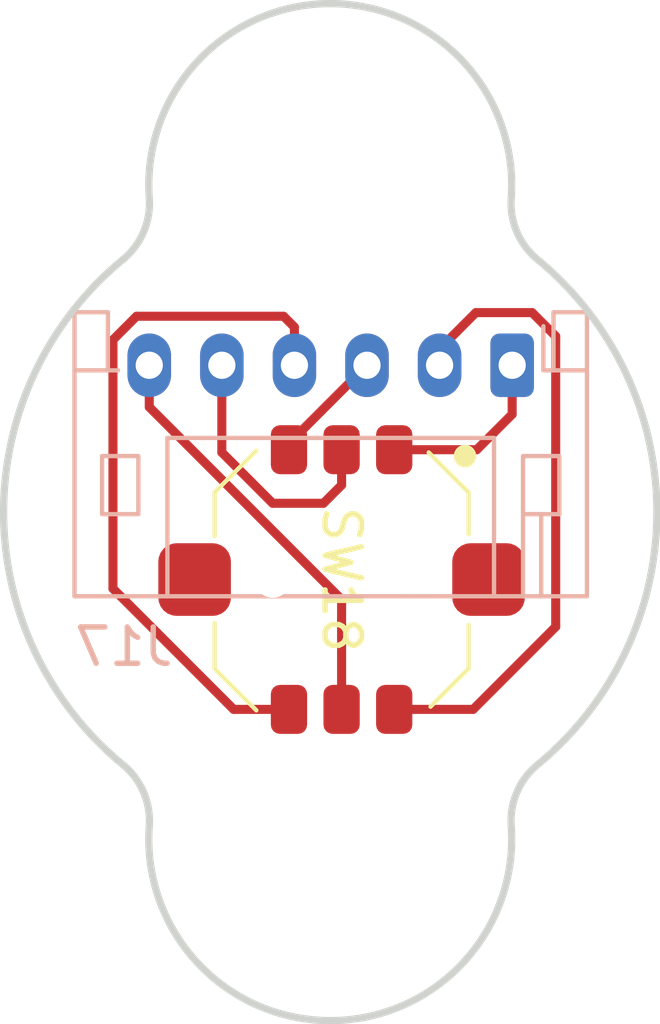
<source format=kicad_pcb>
(kicad_pcb (version 20211014) (generator pcbnew)
  (title_block (title "Libre-MIG PCB Full") (date "2022-10-10") (rev "v0.1"))
  (layers (0 "F.Cu" signal) (31 "B.Cu" signal) (34 "B.Paste" user) (35 "F.Paste" user) (36 "B.SilkS" user "B.Silkscreen") (37 "F.SilkS" user "F.Silkscreen") (38 "B.Mask" user) (39 "F.Mask" user) (44 "Edge.Cuts" user))
  (net 0 "")
  (net 1 "+3V3")
  (net 2 "/Trigger/SideA")
  (net 3 "/Trigger/SideB")
  (net 4 "/Trigger/SideC")
  (net 5 "/Trigger/SideD")
  (net 6 "/Trigger/SideCenter")
  (footprint "MountingHole:MountingHole_3.2mm_M3" (layer "F.Cu") (at 115.507 165.899)
    (fp_text reference "REF**" hide)
    (fp_text value "MountingHole_3.2mm_M3" hide)
    (pad "" np_thru_hole circle (at 0 0) (size 3.2 3.2) (drill 3.2) (layers F&B.Cu *.Mask))
  )
  (footprint "Personal:SKRHABE010" (layer "F.Cu") (at 115.907 177.799 -90)
    (fp_text reference "SW18" (at 0 0 -90 unlocked) (layer "F.SilkS"))
    (fp_text value "SKRHABE010")
    (fp_line (start -3.5 -2.4) (end -2.4 -3.5) (layer "F.SilkS") (width 0.12))
    (fp_line (start -2.4 3.5) (end -1.2 3.5) (layer "F.SilkS") (width 0.12))
    (fp_line (start 3.5 -2.45) (end 2.45 -3.5) (layer "F.SilkS") (width 0.12))
    (fp_line (start -2.4 -3.5) (end -1.25 -3.5) (layer "F.SilkS") (width 0.12))
    (fp_line (start 3.6 2.35) (end 2.45 3.5) (layer "F.SilkS") (width 0.12))
    (fp_line (start 2.45 3.5) (end 1.2 3.5) (layer "F.SilkS") (width 0.12))
    (fp_line (start 2.45 -3.5) (end 1.25 -3.5) (layer "F.SilkS") (width 0.12))
    (fp_line (start -3.55 2.35) (end -2.4 3.5) (layer "F.SilkS") (width 0.12))
    (fp_circle (center -3.4 -3.4) (end -3.15 -3.4) (layer "F.SilkS") (width 0.12) (fill solid))
    (pad "" np_thru_hole circle (at 0 1.9 270) (size 1 1) (drill 1.05) (layers F&B.Cu *.Mask))
    (pad "" smd roundrect (at 0 4.05 270) (size 2 2) (layers "F.Cu" "F.Paste" "F.Mask"))
    (pad "" np_thru_hole circle (at 0 -1.9 270) (size 0.75 0.75) (drill 0.75) (layers F&B.Cu *.Mask))
    (pad "" smd roundrect (at 0 -4.05 270) (size 2 2) (layers "F.Cu" "F.Paste" "F.Mask"))
    (pad "1" smd roundrect (at -3.575 -1.45 270) (size 1.35 1) (layers "F.Cu" "F.Paste" "F.Mask") (net 2 "/Trigger/SideA"))
    (pad "2" smd roundrect (at -3.575 0 270) (size 1.35 1) (layers "F.Cu" "F.Paste" "F.Mask") (net 6 "/Trigger/SideCenter"))
    (pad "3" smd roundrect (at -3.575 1.45 270) (size 1.35 1) (layers "F.Cu" "F.Paste" "F.Mask") (net 4 "/Trigger/SideC"))
    (pad "4" smd roundrect (at 3.575 -1.45 270) (size 1.35 1) (layers "F.Cu" "F.Paste" "F.Mask") (net 3 "/Trigger/SideB"))
    (pad "5" smd roundrect (at 3.575 0 270) (size 1.35 1) (layers "F.Cu" "F.Paste" "F.Mask") (net 1 "+3V3"))
    (pad "6" smd roundrect (at 3.575 1.45 270) (size 1.35 1) (layers "F.Cu" "F.Paste" "F.Mask") (net 5 "/Trigger/SideD"))
  )
  (footprint "MountingHole:MountingHole_3.2mm_M3" (layer "F.Cu") (at 115.607 185.999)
    (fp_text reference "REF**" hide)
    (fp_text value "MountingHole_3.2mm_M3" hide)
    (pad "" np_thru_hole circle (at 0 0) (size 3.2 3.2) (drill 3.2) (layers F&B.Cu *.Mask))
  )
  (footprint "Connector_JST:JST_PH_S6B-PH-K_1x06_P2.00mm_Horizontal" (layer "B.Cu") (at 120.607 171.899 180)
    (fp_text reference "J17" (at 10.7 -7.75) (layer "B.SilkS") (effects (justify mirror)))
    (fp_text value "Conn_01x06")
    (fp_line (start -1.3 -4.1) (end -0.3 -4.1) (layer "B.SilkS") (width 0.12))
    (fp_line (start 11.14 -0.14) (end 10.86 -0.14) (layer "B.SilkS") (width 0.12))
    (fp_line (start -0.86 -0.14) (end -1.14 -0.14) (layer "B.SilkS") (width 0.12))
    (fp_line (start 11.3 -2.5) (end 11.3 -4.1) (layer "B.SilkS") (width 0.12))
    (fp_line (start -1.14 -0.14) (end -1.14 1.46) (layer "B.SilkS") (width 0.12))
    (fp_line (start -0.3 -4.1) (end -0.3 -2.5) (layer "B.SilkS") (width 0.12))
    (fp_line (start 12.06 -6.36) (end 12.06 1.46) (layer "B.SilkS") (width 0.12))
    (fp_line (start 12.06 -0.14) (end 11.14 -0.14) (layer "B.SilkS") (width 0.12))
    (fp_line (start -0.3 -2.5) (end -1.3 -2.5) (layer "B.SilkS") (width 0.12))
    (fp_line (start -0.8 -4.1) (end -0.8 -6.36) (layer "B.SilkS") (width 0.12))
    (fp_line (start 0.5 -6.36) (end 0.5 -2) (layer "B.SilkS") (width 0.12))
    (fp_line (start -2.06 1.46) (end -2.06 -6.36) (layer "B.SilkS") (width 0.12))
    (fp_line (start -0.86 -0.14) (end -0.86 1.075) (layer "B.SilkS") (width 0.12))
    (fp_line (start -1.3 -2.5) (end -1.3 -4.1) (layer "B.SilkS") (width 0.12))
    (fp_line (start -2.06 -6.36) (end 12.06 -6.36) (layer "B.SilkS") (width 0.12))
    (fp_line (start 9.5 -2) (end 9.5 -6.36) (layer "B.SilkS") (width 0.12))
    (fp_line (start 10.3 -2.5) (end 11.3 -2.5) (layer "B.SilkS") (width 0.12))
    (fp_line (start -0.3 -4.1) (end -0.3 -6.36) (layer "B.SilkS") (width 0.12))
    (fp_line (start -2.06 -0.14) (end -1.14 -0.14) (layer "B.SilkS") (width 0.12))
    (fp_line (start 10.3 -4.1) (end 10.3 -2.5) (layer "B.SilkS") (width 0.12))
    (fp_line (start 0.5 -2) (end 9.5 -2) (layer "B.SilkS") (width 0.12))
    (fp_line (start 11.3 -4.1) (end 10.3 -4.1) (layer "B.SilkS") (width 0.12))
    (fp_line (start 12.06 1.46) (end 11.14 1.46) (layer "B.SilkS") (width 0.12))
    (fp_line (start 11.14 1.46) (end 11.14 -0.14) (layer "B.SilkS") (width 0.12))
    (fp_line (start -1.14 1.46) (end -2.06 1.46) (layer "B.SilkS") (width 0.12))
    (pad "1" thru_hole roundrect (at 0 0 180) (size 1.2 1.75) (drill 0.75) (layers F&B.Cu *.Mask) (roundrect_rratio 0.208333) (net 2 "/Trigger/SideA"))
    (pad "2" thru_hole oval (at 2 0 180) (size 1.2 1.75) (drill 0.75) (layers F&B.Cu *.Mask) (net 3 "/Trigger/SideB"))
    (pad "3" thru_hole oval (at 4 0 180) (size 1.2 1.75) (drill 0.75) (layers F&B.Cu *.Mask) (net 4 "/Trigger/SideC"))
    (pad "4" thru_hole oval (at 6 0 180) (size 1.2 1.75) (drill 0.75) (layers F&B.Cu *.Mask) (net 5 "/Trigger/SideD"))
    (pad "5" thru_hole oval (at 8 0 180) (size 1.2 1.75) (drill 0.75) (layers F&B.Cu *.Mask) (net 6 "/Trigger/SideCenter"))
    (pad "6" thru_hole oval (at 10 0 180) (size 1.2 1.75) (drill 0.75) (layers F&B.Cu *.Mask) (net 1 "+3V3"))
  )
  (gr_arc (start 121.306853 168.987311) (mid 120.738781 168.231403) (end 120.581449 167.29901) (layer "Edge.Cuts") (width 0.2))
  (gr_arc (start 109.881525 182.896368) (mid 106.594221 175.941834) (end 109.881574 168.987324) (layer "Edge.Cuts") (width 0.2))
  (gr_arc (start 120.581449 184.584722) (mid 120.738785 183.652325) (end 121.306864 182.896412) (layer "Edge.Cuts") (width 0.2))
  (gr_arc (start 110.606992 167.299005) (mid 115.594221 161.941866) (end 120.58145 167.299005) (layer "Edge.Cuts") (width 0.2))
  (gr_arc (start 121.306868 168.987324) (mid 124.594221 175.941834) (end 121.306917 182.896368) (layer "Edge.Cuts") (width 0.2))
  (gr_arc (start 120.58145 184.584727) (mid 115.594221 189.941866) (end 110.606992 184.584727) (layer "Edge.Cuts") (width 0.2))
  (gr_arc (start 110.606993 167.29901) (mid 110.449663 168.231402) (end 109.881589 168.987311) (layer "Edge.Cuts") (width 0.2))
  (gr_arc (start 109.881578 182.896412) (mid 110.449665 183.652322) (end 110.606993 184.584722) (layer "Edge.Cuts") (width 0.2))
  (segment (start 110.607 173.049) (end 115.907 178.349) (width 0.25) (layer "F.Cu") (net 1))
  (segment (start 115.907 178.349) (end 115.907 181.374) (width 0.25) (layer "F.Cu") (net 1))
  (segment (start 110.607 171.899) (end 110.607 173.049) (width 0.25) (layer "F.Cu") (net 1))
  (segment (start 119.632 174.224) (end 117.357 174.224) (width 0.25) (layer "F.Cu") (net 2))
  (segment (start 120.607 173.249) (end 119.632 174.224) (width 0.25) (layer "F.Cu") (net 2))
  (segment (start 120.607 171.899) (end 120.607 173.249) (width 0.25) (layer "F.Cu") (net 2))
  (segment (start 121.157 170.449) (end 121.807 171.099) (width 0.25) (layer "F.Cu") (net 3))
  (segment (start 119.607 170.449) (end 121.157 170.449) (width 0.25) (layer "F.Cu") (net 3))
  (segment (start 118.607 171.449) (end 119.607 170.449) (width 0.25) (layer "F.Cu") (net 3))
  (segment (start 119.532 181.374) (end 117.357 181.374) (width 0.25) (layer "F.Cu") (net 3))
  (segment (start 121.807 179.099) (end 119.532 181.374) (width 0.25) (layer "F.Cu") (net 3))
  (segment (start 121.807 171.099) (end 121.807 179.099) (width 0.25) (layer "F.Cu") (net 3))
  (segment (start 118.607 171.899) (end 118.607 171.449) (width 0.25) (layer "F.Cu") (net 3))
  (segment (start 116.607 171.899) (end 114.457 174.049) (width 0.25) (layer "F.Cu") (net 4))
  (segment (start 114.457 174.049) (end 114.457 174.224) (width 0.25) (layer "F.Cu") (net 4))
  (segment (start 109.607 171.199) (end 109.607 178.049) (width 0.25) (layer "F.Cu") (net 5))
  (segment (start 114.607 171.899) (end 114.607 170.849) (width 0.25) (layer "F.Cu") (net 5))
  (segment (start 114.307 170.549) (end 110.257 170.549) (width 0.25) (layer "F.Cu") (net 5))
  (segment (start 109.607 178.049) (end 112.932 181.374) (width 0.25) (layer "F.Cu") (net 5))
  (segment (start 114.607 170.849) (end 114.307 170.549) (width 0.25) (layer "F.Cu") (net 5))
  (segment (start 110.257 170.549) (end 109.607 171.199) (width 0.25) (layer "F.Cu") (net 5))
  (segment (start 112.932 181.374) (end 114.457 181.374) (width 0.25) (layer "F.Cu") (net 5))
  (segment (start 115.907 175.199) (end 115.907 174.224) (width 0.25) (layer "F.Cu") (net 6))
  (segment (start 114.007 175.699) (end 115.407 175.699) (width 0.25) (layer "F.Cu") (net 6))
  (segment (start 112.607 174.299) (end 114.007 175.699) (width 0.25) (layer "F.Cu") (net 6))
  (segment (start 112.607 171.899) (end 112.607 174.299) (width 0.25) (layer "F.Cu") (net 6))
  (segment (start 115.407 175.699) (end 115.907 175.199) (width 0.25) (layer "F.Cu") (net 6))
)
</source>
